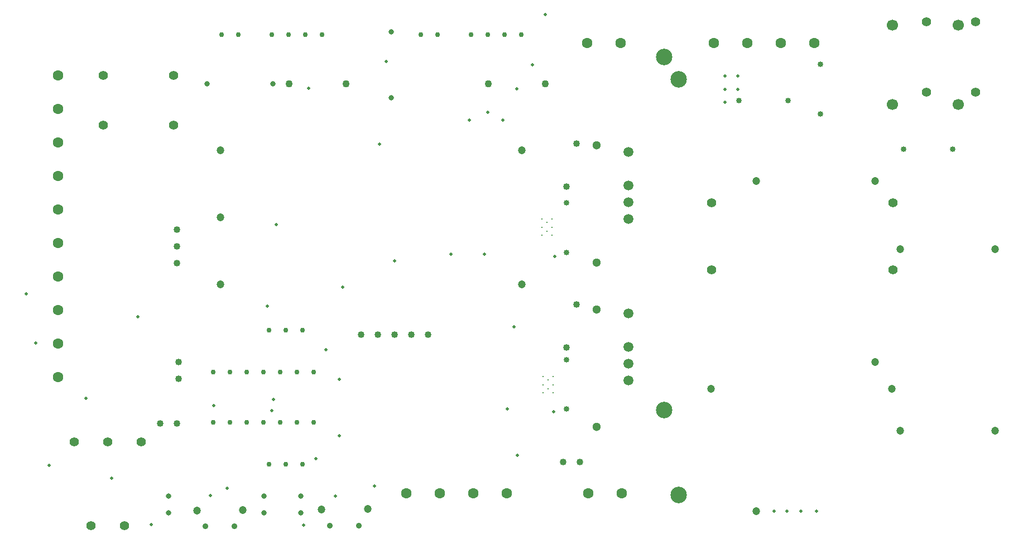
<source format=gbr>
G04 Layer_Color=0*
%FSLAX26Y26*%
%MOIN*%
%TF.FileFunction,Plated,1,2,PTH,Drill*%
%TF.Part,Single*%
G01*
G75*
%TA.AperFunction,ComponentDrill*%
%ADD171C,0.051181*%
%ADD172C,0.031496*%
%ADD177C,0.047244*%
%ADD178C,0.047244*%
%ADD179C,0.035433*%
%ADD180C,0.030000*%
%ADD181C,0.040000*%
%ADD182C,0.066929*%
%ADD183C,0.040000*%
%ADD184C,0.043307*%
%ADD185C,0.055118*%
%ADD186C,0.062992*%
%ADD187C,0.033465*%
%ADD188C,0.031496*%
%ADD189C,0.062992*%
%ADD190C,0.055118*%
%ADD191C,0.029528*%
%ADD192C,0.059055*%
%ADD193C,0.029528*%
%ADD194C,0.033465*%
%ADD195C,0.098425*%
%TA.AperFunction,OtherDrill,Pad Free-0 (5314.961mil,2047.244mil)*%
%ADD196C,0.098425*%
%TA.AperFunction,OtherDrill,Pad Free-0 (5314.961mil,4527.559mil)*%
%ADD197C,0.098425*%
%TA.AperFunction,ViaDrill,NotFilled*%
%ADD198C,0.020000*%
%ADD199C,0.012992*%
D171*
X4825000Y2455000D02*
D03*
Y3155000D02*
D03*
Y3435000D02*
D03*
Y4135000D02*
D03*
D172*
X2270000Y1940000D02*
D03*
Y2040000D02*
D03*
X2840000Y1940000D02*
D03*
Y2040000D02*
D03*
X3060000Y1940000D02*
D03*
Y2040000D02*
D03*
X3600000Y4418150D02*
D03*
Y4811850D02*
D03*
D177*
X5780000Y1950748D02*
D03*
X6640000Y2430000D02*
D03*
X6490000Y2838661D02*
D03*
X6640000Y3512677D02*
D03*
X6490000Y3921339D02*
D03*
X7204724Y3513780D02*
D03*
Y2431102D02*
D03*
X5780000Y3919252D02*
D03*
D178*
X2437205Y1953740D02*
D03*
X2712795Y1957677D02*
D03*
X3182205Y1958740D02*
D03*
X3457795Y1962677D02*
D03*
X4380000Y3305000D02*
D03*
Y4105000D02*
D03*
X5507323Y2680000D02*
D03*
X6590000D02*
D03*
X2580000Y4105000D02*
D03*
Y3705000D02*
D03*
Y3305000D02*
D03*
D179*
X2488386Y1859252D02*
D03*
X2661614D02*
D03*
X3233386Y1864252D02*
D03*
X3406614D02*
D03*
D180*
X4375000Y4795000D02*
D03*
X4275000D02*
D03*
X4175000D02*
D03*
X4075000D02*
D03*
X3875000D02*
D03*
X3775000D02*
D03*
X3185000D02*
D03*
X3085000D02*
D03*
X2985000D02*
D03*
X2885000D02*
D03*
X2685000D02*
D03*
X2585000D02*
D03*
D181*
X2320000Y2475000D02*
D03*
X2220000D02*
D03*
X3420000Y3003740D02*
D03*
X3520000D02*
D03*
X3620000D02*
D03*
X3720000D02*
D03*
X3820000D02*
D03*
X4625984Y2244095D02*
D03*
X4725984D02*
D03*
D182*
X6591299Y4377559D02*
D03*
X6985000D02*
D03*
Y4850000D02*
D03*
X6591299D02*
D03*
D183*
X2330000Y2740000D02*
D03*
Y2840000D02*
D03*
X2320000Y3430000D02*
D03*
Y3530000D02*
D03*
Y3630000D02*
D03*
X4645472Y2927047D02*
D03*
X4704528Y3182953D02*
D03*
X4645472Y3887047D02*
D03*
X4704528Y4142953D02*
D03*
D184*
X4520000Y4500000D02*
D03*
X4180000D02*
D03*
X3330000D02*
D03*
X2990000D02*
D03*
D185*
X1805000Y1865000D02*
D03*
X2005000D02*
D03*
X2105000Y2365000D02*
D03*
X1905000D02*
D03*
X1705000D02*
D03*
X2300000Y4254724D02*
D03*
Y4550000D02*
D03*
X1878740D02*
D03*
Y4254724D02*
D03*
X5512323Y3390000D02*
D03*
Y3791575D02*
D03*
X6595000Y3390000D02*
D03*
Y3791575D02*
D03*
D186*
X1607480Y2750000D02*
D03*
Y2950000D02*
D03*
Y3150000D02*
D03*
Y3350000D02*
D03*
Y3550000D02*
D03*
Y3750000D02*
D03*
Y3950000D02*
D03*
Y4150000D02*
D03*
Y4350000D02*
D03*
Y4550000D02*
D03*
D187*
X5674213Y4400000D02*
D03*
X5969488D02*
D03*
X6657362Y4110000D02*
D03*
X6952638D02*
D03*
D188*
X2891850Y4500000D02*
D03*
X2498150D02*
D03*
D189*
X3690000Y2057481D02*
D03*
X3890000D02*
D03*
X4090000D02*
D03*
X4290000D02*
D03*
X4775000D02*
D03*
X4975000D02*
D03*
X6125000Y4742520D02*
D03*
X5925000D02*
D03*
X5725000D02*
D03*
X5525000D02*
D03*
X4970000D02*
D03*
X4770000D02*
D03*
D190*
X6794724Y4450000D02*
D03*
X7090000D02*
D03*
Y4871260D02*
D03*
X6794724D02*
D03*
D191*
X2870000Y2230000D02*
D03*
X2970000D02*
D03*
X3070000D02*
D03*
Y3030000D02*
D03*
X2970000D02*
D03*
X2870000D02*
D03*
D192*
X5015000Y2730000D02*
D03*
Y2830000D02*
D03*
Y2930000D02*
D03*
Y3130000D02*
D03*
Y3695000D02*
D03*
Y3795000D02*
D03*
Y3895000D02*
D03*
Y4095000D02*
D03*
D193*
X2536535Y2480000D02*
D03*
X2636535D02*
D03*
X2736535D02*
D03*
X2836535D02*
D03*
X2936535D02*
D03*
X3036535D02*
D03*
X3136535D02*
D03*
Y2780000D02*
D03*
X3036535D02*
D03*
X2936535D02*
D03*
X2836535D02*
D03*
X2736535D02*
D03*
X2636535D02*
D03*
X2536535D02*
D03*
D194*
X4645000Y2560000D02*
D03*
Y2855276D02*
D03*
Y3495000D02*
D03*
Y3790276D02*
D03*
X6161417Y4320866D02*
D03*
Y4616142D02*
D03*
D195*
X5230000Y2555000D02*
D03*
X5229907Y4661123D02*
D03*
D196*
X5314961Y2047244D02*
D03*
D197*
X5314961Y4527559D02*
D03*
D198*
X2165354Y1870079D02*
D03*
X2520000Y2045000D02*
D03*
X2618110Y2086614D02*
D03*
X3073445Y1867500D02*
D03*
X3265000Y2040000D02*
D03*
X3497165Y2099528D02*
D03*
X3287402Y2401575D02*
D03*
X3149606Y2263780D02*
D03*
X2886535Y2550000D02*
D03*
X2893701Y2618110D02*
D03*
X3208661Y2913386D02*
D03*
X3287402Y2736220D02*
D03*
X2858465Y3173425D02*
D03*
X3307087Y3287402D02*
D03*
X3620000Y3443740D02*
D03*
X3956693Y3484252D02*
D03*
X4153543D02*
D03*
X4575000Y3470000D02*
D03*
X4330709Y3051181D02*
D03*
X4290394Y2560000D02*
D03*
X4570000Y2545000D02*
D03*
X4350394Y2283465D02*
D03*
X2913386Y3661417D02*
D03*
X3530000Y4140000D02*
D03*
X4065000Y4285000D02*
D03*
X4175000Y4330000D02*
D03*
X4265000Y4285000D02*
D03*
X4350000Y4470000D02*
D03*
X4441990Y4611990D02*
D03*
X4518010Y4913010D02*
D03*
X3570000Y4635000D02*
D03*
X3105000Y4475000D02*
D03*
X2086614Y3110236D02*
D03*
X1774000Y2625000D02*
D03*
X1476378Y2952756D02*
D03*
X1417323Y3248032D02*
D03*
X1555118Y2224409D02*
D03*
X1929134Y2145669D02*
D03*
X2540000Y2580000D02*
D03*
X5590551Y4389764D02*
D03*
X5669291Y4468504D02*
D03*
Y4547244D02*
D03*
X5590551D02*
D03*
Y4468504D02*
D03*
X5883898Y1950748D02*
D03*
X5962638D02*
D03*
X6045236D02*
D03*
X6139803D02*
D03*
D199*
X4503504Y2657756D02*
D03*
Y2705000D02*
D03*
Y2752244D02*
D03*
X4535000Y2732559D02*
D03*
Y2681378D02*
D03*
X4566496Y2705000D02*
D03*
Y2657756D02*
D03*
Y2752244D02*
D03*
X4560000Y3597756D02*
D03*
Y3645000D02*
D03*
X4528504Y3621378D02*
D03*
X4497008Y3645000D02*
D03*
Y3597756D02*
D03*
Y3692244D02*
D03*
X4528504Y3672559D02*
D03*
X4560000Y3692244D02*
D03*
%TF.MD5,7774e0a2fa8e9fbf32a3c9c06bf143b7*%
M02*

</source>
